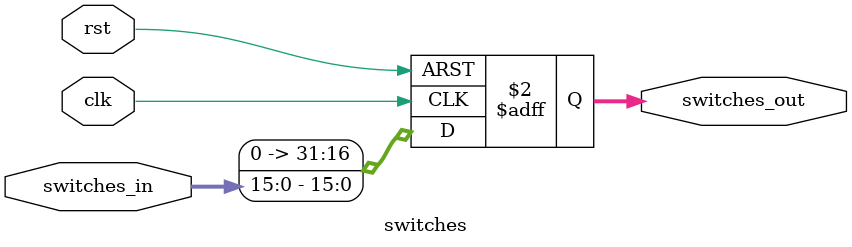
<source format=v>
`timescale 1ns / 1ps

module switches(
    input clk,
    input rst,
    input [15:0] switches_in,
    output reg [31:0] switches_out
    );

    always @(posedge clk or posedge rst)
    begin
        if (rst)
            switches_out <= 32'b0;
        else
            switches_out <= {16'b0, switches_in};  // zero-extend
    end

endmodule

</source>
